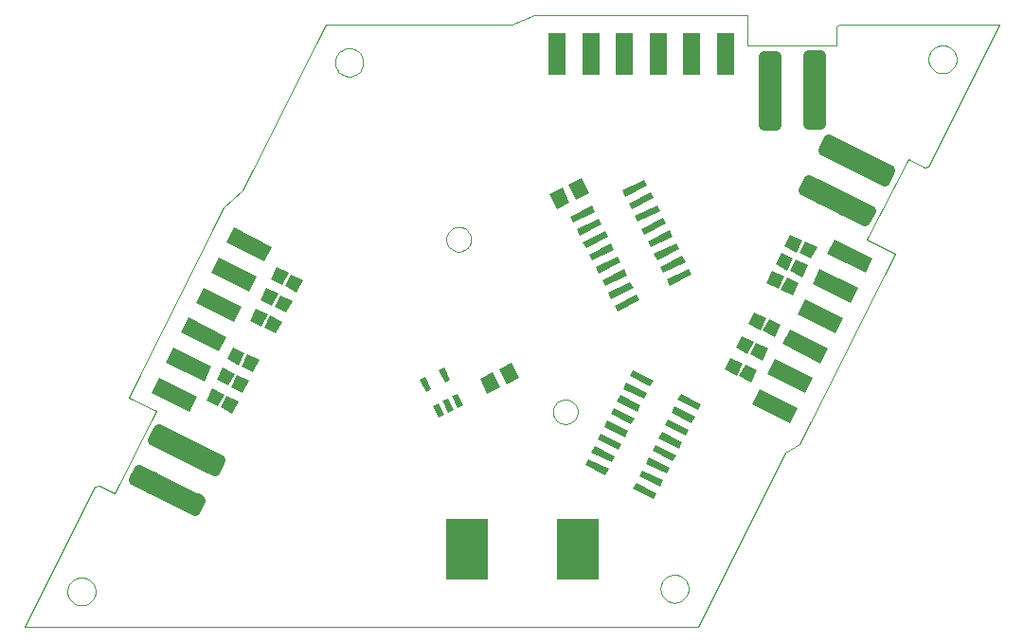
<source format=gbp>
G75*
%MOIN*%
%OFA0B0*%
%FSLAX24Y24*%
%IPPOS*%
%LPD*%
%AMOC8*
5,1,8,0,0,1.08239X$1,22.5*
%
%ADD10C,0.0000*%
%ADD11R,0.0236X0.0866*%
%ADD12R,0.0217X0.0472*%
%ADD13R,0.1516X0.2165*%
%ADD14R,0.0591X0.1496*%
%ADD15C,0.0394*%
%ADD16R,0.0512X0.0591*%
%ADD17R,0.0810X0.0240*%
%ADD18R,0.0472X0.0472*%
D10*
X001464Y000942D02*
X003925Y005873D01*
X004112Y005912D01*
X004642Y005647D01*
X006093Y008539D01*
X005142Y009018D01*
X008482Y015706D01*
X009141Y016296D01*
X012065Y022152D01*
X018610Y022152D01*
X019397Y022467D01*
X026907Y022467D01*
X026907Y021414D01*
X030047Y021414D01*
X030047Y022074D01*
X030145Y022152D01*
X035785Y022152D01*
X033275Y017133D01*
X033147Y017113D01*
X032557Y017408D01*
X031120Y014554D01*
X032097Y014066D01*
X028748Y007379D01*
X028236Y007064D01*
X025175Y000942D01*
X001464Y000942D01*
X002981Y002181D02*
X002983Y002225D01*
X002989Y002269D01*
X002999Y002312D01*
X003012Y002354D01*
X003030Y002394D01*
X003051Y002433D01*
X003075Y002470D01*
X003102Y002505D01*
X003133Y002537D01*
X003166Y002566D01*
X003202Y002592D01*
X003240Y002614D01*
X003280Y002633D01*
X003321Y002649D01*
X003364Y002661D01*
X003407Y002669D01*
X003451Y002673D01*
X003495Y002673D01*
X003539Y002669D01*
X003582Y002661D01*
X003625Y002649D01*
X003666Y002633D01*
X003706Y002614D01*
X003744Y002592D01*
X003780Y002566D01*
X003813Y002537D01*
X003844Y002505D01*
X003871Y002470D01*
X003895Y002433D01*
X003916Y002394D01*
X003934Y002354D01*
X003947Y002312D01*
X003957Y002269D01*
X003963Y002225D01*
X003965Y002181D01*
X003963Y002137D01*
X003957Y002093D01*
X003947Y002050D01*
X003934Y002008D01*
X003916Y001968D01*
X003895Y001929D01*
X003871Y001892D01*
X003844Y001857D01*
X003813Y001825D01*
X003780Y001796D01*
X003744Y001770D01*
X003706Y001748D01*
X003666Y001729D01*
X003625Y001713D01*
X003582Y001701D01*
X003539Y001693D01*
X003495Y001689D01*
X003451Y001689D01*
X003407Y001693D01*
X003364Y001701D01*
X003321Y001713D01*
X003280Y001729D01*
X003240Y001748D01*
X003202Y001770D01*
X003166Y001796D01*
X003133Y001825D01*
X003102Y001857D01*
X003075Y001892D01*
X003051Y001929D01*
X003030Y001968D01*
X003012Y002008D01*
X002999Y002050D01*
X002989Y002093D01*
X002983Y002137D01*
X002981Y002181D01*
X016313Y014581D02*
X016315Y014622D01*
X016321Y014663D01*
X016331Y014703D01*
X016344Y014742D01*
X016361Y014779D01*
X016382Y014815D01*
X016406Y014849D01*
X016433Y014880D01*
X016462Y014908D01*
X016495Y014934D01*
X016529Y014956D01*
X016566Y014975D01*
X016604Y014990D01*
X016644Y015002D01*
X016684Y015010D01*
X016725Y015014D01*
X016767Y015014D01*
X016808Y015010D01*
X016848Y015002D01*
X016888Y014990D01*
X016926Y014975D01*
X016962Y014956D01*
X016997Y014934D01*
X017030Y014908D01*
X017059Y014880D01*
X017086Y014849D01*
X017110Y014815D01*
X017131Y014779D01*
X017148Y014742D01*
X017161Y014703D01*
X017171Y014663D01*
X017177Y014622D01*
X017179Y014581D01*
X017177Y014540D01*
X017171Y014499D01*
X017161Y014459D01*
X017148Y014420D01*
X017131Y014383D01*
X017110Y014347D01*
X017086Y014313D01*
X017059Y014282D01*
X017030Y014254D01*
X016997Y014228D01*
X016963Y014206D01*
X016926Y014187D01*
X016888Y014172D01*
X016848Y014160D01*
X016808Y014152D01*
X016767Y014148D01*
X016725Y014148D01*
X016684Y014152D01*
X016644Y014160D01*
X016604Y014172D01*
X016566Y014187D01*
X016530Y014206D01*
X016495Y014228D01*
X016462Y014254D01*
X016433Y014282D01*
X016406Y014313D01*
X016382Y014347D01*
X016361Y014383D01*
X016344Y014420D01*
X016331Y014459D01*
X016321Y014499D01*
X016315Y014540D01*
X016313Y014581D01*
X020065Y008510D02*
X020067Y008551D01*
X020073Y008592D01*
X020083Y008632D01*
X020096Y008671D01*
X020113Y008708D01*
X020134Y008744D01*
X020158Y008778D01*
X020185Y008809D01*
X020214Y008837D01*
X020247Y008863D01*
X020281Y008885D01*
X020318Y008904D01*
X020356Y008919D01*
X020396Y008931D01*
X020436Y008939D01*
X020477Y008943D01*
X020519Y008943D01*
X020560Y008939D01*
X020600Y008931D01*
X020640Y008919D01*
X020678Y008904D01*
X020714Y008885D01*
X020749Y008863D01*
X020782Y008837D01*
X020811Y008809D01*
X020838Y008778D01*
X020862Y008744D01*
X020883Y008708D01*
X020900Y008671D01*
X020913Y008632D01*
X020923Y008592D01*
X020929Y008551D01*
X020931Y008510D01*
X020929Y008469D01*
X020923Y008428D01*
X020913Y008388D01*
X020900Y008349D01*
X020883Y008312D01*
X020862Y008276D01*
X020838Y008242D01*
X020811Y008211D01*
X020782Y008183D01*
X020749Y008157D01*
X020715Y008135D01*
X020678Y008116D01*
X020640Y008101D01*
X020600Y008089D01*
X020560Y008081D01*
X020519Y008077D01*
X020477Y008077D01*
X020436Y008081D01*
X020396Y008089D01*
X020356Y008101D01*
X020318Y008116D01*
X020282Y008135D01*
X020247Y008157D01*
X020214Y008183D01*
X020185Y008211D01*
X020158Y008242D01*
X020134Y008276D01*
X020113Y008312D01*
X020096Y008349D01*
X020083Y008388D01*
X020073Y008428D01*
X020067Y008469D01*
X020065Y008510D01*
X023850Y002278D02*
X023852Y002322D01*
X023858Y002366D01*
X023868Y002409D01*
X023881Y002451D01*
X023899Y002491D01*
X023920Y002530D01*
X023944Y002567D01*
X023971Y002602D01*
X024002Y002634D01*
X024035Y002663D01*
X024071Y002689D01*
X024109Y002711D01*
X024149Y002730D01*
X024190Y002746D01*
X024233Y002758D01*
X024276Y002766D01*
X024320Y002770D01*
X024364Y002770D01*
X024408Y002766D01*
X024451Y002758D01*
X024494Y002746D01*
X024535Y002730D01*
X024575Y002711D01*
X024613Y002689D01*
X024649Y002663D01*
X024682Y002634D01*
X024713Y002602D01*
X024740Y002567D01*
X024764Y002530D01*
X024785Y002491D01*
X024803Y002451D01*
X024816Y002409D01*
X024826Y002366D01*
X024832Y002322D01*
X024834Y002278D01*
X024832Y002234D01*
X024826Y002190D01*
X024816Y002147D01*
X024803Y002105D01*
X024785Y002065D01*
X024764Y002026D01*
X024740Y001989D01*
X024713Y001954D01*
X024682Y001922D01*
X024649Y001893D01*
X024613Y001867D01*
X024575Y001845D01*
X024535Y001826D01*
X024494Y001810D01*
X024451Y001798D01*
X024408Y001790D01*
X024364Y001786D01*
X024320Y001786D01*
X024276Y001790D01*
X024233Y001798D01*
X024190Y001810D01*
X024149Y001826D01*
X024109Y001845D01*
X024071Y001867D01*
X024035Y001893D01*
X024002Y001922D01*
X023971Y001954D01*
X023944Y001989D01*
X023920Y002026D01*
X023899Y002065D01*
X023881Y002105D01*
X023868Y002147D01*
X023858Y002190D01*
X023852Y002234D01*
X023850Y002278D01*
X012400Y020808D02*
X012402Y020852D01*
X012408Y020896D01*
X012418Y020939D01*
X012431Y020981D01*
X012449Y021021D01*
X012470Y021060D01*
X012494Y021097D01*
X012521Y021132D01*
X012552Y021164D01*
X012585Y021193D01*
X012621Y021219D01*
X012659Y021241D01*
X012699Y021260D01*
X012740Y021276D01*
X012783Y021288D01*
X012826Y021296D01*
X012870Y021300D01*
X012914Y021300D01*
X012958Y021296D01*
X013001Y021288D01*
X013044Y021276D01*
X013085Y021260D01*
X013125Y021241D01*
X013163Y021219D01*
X013199Y021193D01*
X013232Y021164D01*
X013263Y021132D01*
X013290Y021097D01*
X013314Y021060D01*
X013335Y021021D01*
X013353Y020981D01*
X013366Y020939D01*
X013376Y020896D01*
X013382Y020852D01*
X013384Y020808D01*
X013382Y020764D01*
X013376Y020720D01*
X013366Y020677D01*
X013353Y020635D01*
X013335Y020595D01*
X013314Y020556D01*
X013290Y020519D01*
X013263Y020484D01*
X013232Y020452D01*
X013199Y020423D01*
X013163Y020397D01*
X013125Y020375D01*
X013085Y020356D01*
X013044Y020340D01*
X013001Y020328D01*
X012958Y020320D01*
X012914Y020316D01*
X012870Y020316D01*
X012826Y020320D01*
X012783Y020328D01*
X012740Y020340D01*
X012699Y020356D01*
X012659Y020375D01*
X012621Y020397D01*
X012585Y020423D01*
X012552Y020452D01*
X012521Y020484D01*
X012494Y020519D01*
X012470Y020556D01*
X012449Y020595D01*
X012431Y020635D01*
X012418Y020677D01*
X012408Y020720D01*
X012402Y020764D01*
X012400Y020808D01*
X033280Y020913D02*
X033282Y020957D01*
X033288Y021001D01*
X033298Y021044D01*
X033311Y021086D01*
X033329Y021126D01*
X033350Y021165D01*
X033374Y021202D01*
X033401Y021237D01*
X033432Y021269D01*
X033465Y021298D01*
X033501Y021324D01*
X033539Y021346D01*
X033579Y021365D01*
X033620Y021381D01*
X033663Y021393D01*
X033706Y021401D01*
X033750Y021405D01*
X033794Y021405D01*
X033838Y021401D01*
X033881Y021393D01*
X033924Y021381D01*
X033965Y021365D01*
X034005Y021346D01*
X034043Y021324D01*
X034079Y021298D01*
X034112Y021269D01*
X034143Y021237D01*
X034170Y021202D01*
X034194Y021165D01*
X034215Y021126D01*
X034233Y021086D01*
X034246Y021044D01*
X034256Y021001D01*
X034262Y020957D01*
X034264Y020913D01*
X034262Y020869D01*
X034256Y020825D01*
X034246Y020782D01*
X034233Y020740D01*
X034215Y020700D01*
X034194Y020661D01*
X034170Y020624D01*
X034143Y020589D01*
X034112Y020557D01*
X034079Y020528D01*
X034043Y020502D01*
X034005Y020480D01*
X033965Y020461D01*
X033924Y020445D01*
X033881Y020433D01*
X033838Y020425D01*
X033794Y020421D01*
X033750Y020421D01*
X033706Y020425D01*
X033663Y020433D01*
X033620Y020445D01*
X033579Y020461D01*
X033539Y020480D01*
X033501Y020502D01*
X033465Y020528D01*
X033432Y020557D01*
X033401Y020589D01*
X033374Y020624D01*
X033350Y020661D01*
X033329Y020700D01*
X033311Y020740D01*
X033298Y020782D01*
X033288Y020825D01*
X033282Y020869D01*
X033280Y020913D01*
D11*
G36*
X023279Y014740D02*
X023173Y014951D01*
X023947Y015338D01*
X024053Y015127D01*
X023279Y014740D01*
G37*
G36*
X023503Y014293D02*
X023397Y014504D01*
X024171Y014891D01*
X024277Y014680D01*
X023503Y014293D01*
G37*
G36*
X023726Y013846D02*
X023620Y014057D01*
X024394Y014444D01*
X024500Y014233D01*
X023726Y013846D01*
G37*
G36*
X023950Y013399D02*
X023844Y013610D01*
X024618Y013997D01*
X024724Y013786D01*
X023950Y013399D01*
G37*
G36*
X024174Y012952D02*
X024068Y013163D01*
X024842Y013550D01*
X024948Y013339D01*
X024174Y012952D01*
G37*
G36*
X022344Y012035D02*
X022238Y012246D01*
X023012Y012633D01*
X023118Y012422D01*
X022344Y012035D01*
G37*
G36*
X022120Y012482D02*
X022014Y012693D01*
X022788Y013080D01*
X022894Y012869D01*
X022120Y012482D01*
G37*
G36*
X021896Y012929D02*
X021790Y013140D01*
X022564Y013527D01*
X022670Y013316D01*
X021896Y012929D01*
G37*
G36*
X021672Y013376D02*
X021566Y013587D01*
X022340Y013974D01*
X022446Y013763D01*
X021672Y013376D01*
G37*
G36*
X021448Y013823D02*
X021342Y014034D01*
X022116Y014421D01*
X022222Y014210D01*
X021448Y013823D01*
G37*
G36*
X021224Y014270D02*
X021118Y014481D01*
X021892Y014868D01*
X021998Y014657D01*
X021224Y014270D01*
G37*
G36*
X021000Y014717D02*
X020894Y014928D01*
X021668Y015315D01*
X021774Y015104D01*
X021000Y014717D01*
G37*
G36*
X020776Y015164D02*
X020670Y015375D01*
X021444Y015762D01*
X021550Y015551D01*
X020776Y015164D01*
G37*
G36*
X022607Y016081D02*
X022501Y016292D01*
X023275Y016679D01*
X023381Y016468D01*
X022607Y016081D01*
G37*
G36*
X022831Y015634D02*
X022725Y015845D01*
X023499Y016232D01*
X023605Y016021D01*
X022831Y015634D01*
G37*
G36*
X023055Y015187D02*
X022949Y015398D01*
X023723Y015785D01*
X023829Y015574D01*
X023055Y015187D01*
G37*
D12*
G36*
X016050Y009970D02*
X016243Y010067D01*
X016454Y009646D01*
X016261Y009549D01*
X016050Y009970D01*
G37*
G36*
X015382Y009635D02*
X015575Y009732D01*
X015786Y009311D01*
X015593Y009214D01*
X015382Y009635D01*
G37*
G36*
X015840Y008720D02*
X016033Y008817D01*
X016244Y008396D01*
X016051Y008299D01*
X015840Y008720D01*
G37*
G36*
X016174Y008888D02*
X016367Y008985D01*
X016578Y008564D01*
X016385Y008467D01*
X016174Y008888D01*
G37*
G36*
X016509Y009055D02*
X016702Y009152D01*
X016913Y008731D01*
X016720Y008634D01*
X016509Y009055D01*
G37*
D13*
X017033Y003683D03*
X020950Y003683D03*
D14*
G36*
X028675Y008634D02*
X028411Y008107D01*
X027075Y008776D01*
X027339Y009303D01*
X028675Y008634D01*
G37*
G36*
X029204Y009690D02*
X028940Y009163D01*
X027604Y009832D01*
X027868Y010359D01*
X029204Y009690D01*
G37*
G36*
X029733Y010746D02*
X029469Y010219D01*
X028133Y010888D01*
X028397Y011415D01*
X029733Y010746D01*
G37*
G36*
X030262Y011802D02*
X029998Y011275D01*
X028662Y011944D01*
X028926Y012471D01*
X030262Y011802D01*
G37*
G36*
X030791Y012858D02*
X030527Y012331D01*
X029191Y013000D01*
X029455Y013527D01*
X030791Y012858D01*
G37*
G36*
X031320Y013914D02*
X031056Y013387D01*
X029720Y014056D01*
X029984Y014583D01*
X031320Y013914D01*
G37*
X026123Y021092D03*
X024942Y021092D03*
X023761Y021092D03*
X022580Y021092D03*
X021399Y021092D03*
X020218Y021092D03*
G36*
X008570Y014462D02*
X008834Y014989D01*
X010170Y014320D01*
X009906Y013793D01*
X008570Y014462D01*
G37*
G36*
X008041Y013406D02*
X008305Y013933D01*
X009641Y013264D01*
X009377Y012737D01*
X008041Y013406D01*
G37*
G36*
X007512Y012350D02*
X007776Y012877D01*
X009112Y012208D01*
X008848Y011681D01*
X007512Y012350D01*
G37*
G36*
X006983Y011294D02*
X007247Y011821D01*
X008583Y011152D01*
X008319Y010625D01*
X006983Y011294D01*
G37*
G36*
X006455Y010238D02*
X006719Y010765D01*
X008055Y010096D01*
X007791Y009569D01*
X006455Y010238D01*
G37*
G36*
X005926Y009181D02*
X006190Y009708D01*
X007526Y009039D01*
X007262Y008512D01*
X005926Y009181D01*
G37*
D15*
X006192Y007869D02*
X008337Y006795D01*
X008162Y006445D01*
X006017Y007519D01*
X006192Y007869D01*
X007377Y006838D02*
X008251Y006838D01*
X007466Y007231D02*
X006592Y007231D01*
X006681Y007624D02*
X006070Y007624D01*
X005505Y006452D02*
X007650Y005378D01*
X007475Y005028D01*
X005330Y006102D01*
X005505Y006452D01*
X006690Y005421D02*
X007564Y005421D01*
X006779Y005814D02*
X005905Y005814D01*
X005994Y006207D02*
X005383Y006207D01*
X027898Y018601D02*
X027898Y021001D01*
X027898Y018601D02*
X027506Y018601D01*
X027506Y021001D01*
X027898Y021001D01*
X027898Y018994D02*
X027506Y018994D01*
X027506Y019387D02*
X027898Y019387D01*
X027898Y019780D02*
X027506Y019780D01*
X027506Y020173D02*
X027898Y020173D01*
X027898Y020566D02*
X027506Y020566D01*
X027506Y020959D02*
X027898Y020959D01*
X029472Y021021D02*
X029472Y018621D01*
X029080Y018621D01*
X029080Y021021D01*
X029472Y021021D01*
X029472Y019014D02*
X029080Y019014D01*
X029080Y019407D02*
X029472Y019407D01*
X029472Y019800D02*
X029080Y019800D01*
X029080Y020193D02*
X029472Y020193D01*
X029472Y020586D02*
X029080Y020586D01*
X029080Y020979D02*
X029472Y020979D01*
X029596Y017712D02*
X031741Y016638D01*
X029596Y017712D02*
X029771Y018062D01*
X031916Y016988D01*
X031741Y016638D01*
X031830Y017031D02*
X030956Y017031D01*
X031045Y017424D02*
X030171Y017424D01*
X030260Y017817D02*
X029649Y017817D01*
X028908Y016295D02*
X031053Y015221D01*
X028908Y016295D02*
X029083Y016645D01*
X031228Y015571D01*
X031053Y015221D01*
X031142Y015614D02*
X030268Y015614D01*
X030357Y016007D02*
X029483Y016007D01*
X029572Y016400D02*
X028961Y016400D01*
D16*
G36*
X020603Y016506D02*
X021059Y016735D01*
X021323Y016208D01*
X020867Y015979D01*
X020603Y016506D01*
G37*
G36*
X019934Y016171D02*
X020390Y016400D01*
X020654Y015873D01*
X020198Y015644D01*
X019934Y016171D01*
G37*
G36*
X018880Y009707D02*
X018424Y009478D01*
X018160Y010005D01*
X018616Y010234D01*
X018880Y009707D01*
G37*
G36*
X018211Y009372D02*
X017755Y009143D01*
X017491Y009670D01*
X017947Y009899D01*
X018211Y009372D01*
G37*
D17*
G36*
X021753Y007746D02*
X022476Y007384D01*
X022369Y007170D01*
X021646Y007532D01*
X021753Y007746D01*
G37*
G36*
X021977Y008193D02*
X022700Y007831D01*
X022593Y007617D01*
X021870Y007979D01*
X021977Y008193D01*
G37*
G36*
X022201Y008640D02*
X022924Y008278D01*
X022817Y008064D01*
X022094Y008426D01*
X022201Y008640D01*
G37*
G36*
X022424Y009087D02*
X023147Y008725D01*
X023040Y008511D01*
X022317Y008873D01*
X022424Y009087D01*
G37*
G36*
X022648Y009534D02*
X023371Y009172D01*
X023264Y008958D01*
X022541Y009320D01*
X022648Y009534D01*
G37*
G36*
X022872Y009981D02*
X023595Y009619D01*
X023488Y009405D01*
X022765Y009767D01*
X022872Y009981D01*
G37*
G36*
X024562Y009135D02*
X025285Y008773D01*
X025178Y008559D01*
X024455Y008921D01*
X024562Y009135D01*
G37*
G36*
X024338Y008688D02*
X025061Y008326D01*
X024954Y008112D01*
X024231Y008474D01*
X024338Y008688D01*
G37*
G36*
X024114Y008241D02*
X024837Y007879D01*
X024730Y007665D01*
X024007Y008027D01*
X024114Y008241D01*
G37*
G36*
X023891Y007794D02*
X024614Y007432D01*
X024507Y007218D01*
X023784Y007580D01*
X023891Y007794D01*
G37*
G36*
X023667Y007347D02*
X024390Y006985D01*
X024283Y006771D01*
X023560Y007133D01*
X023667Y007347D01*
G37*
G36*
X023443Y006900D02*
X024166Y006538D01*
X024059Y006324D01*
X023336Y006686D01*
X023443Y006900D01*
G37*
G36*
X023219Y006453D02*
X023942Y006091D01*
X023835Y005877D01*
X023112Y006239D01*
X023219Y006453D01*
G37*
G36*
X022995Y006005D02*
X023718Y005643D01*
X023611Y005429D01*
X022888Y005791D01*
X022995Y006005D01*
G37*
G36*
X021305Y006852D02*
X022028Y006490D01*
X021921Y006276D01*
X021198Y006638D01*
X021305Y006852D01*
G37*
G36*
X021529Y007299D02*
X022252Y006937D01*
X022145Y006723D01*
X021422Y007085D01*
X021529Y007299D01*
G37*
D18*
G36*
X026529Y009781D02*
X026108Y009992D01*
X026319Y010413D01*
X026740Y010202D01*
X026529Y009781D01*
G37*
G36*
X027043Y009548D02*
X026622Y009759D01*
X026833Y010180D01*
X027254Y009969D01*
X027043Y009548D01*
G37*
G36*
X027426Y010316D02*
X027005Y010527D01*
X027216Y010948D01*
X027637Y010737D01*
X027426Y010316D01*
G37*
G36*
X026912Y010548D02*
X026491Y010759D01*
X026702Y011180D01*
X027123Y010969D01*
X026912Y010548D01*
G37*
G36*
X027872Y011146D02*
X027451Y011357D01*
X027662Y011778D01*
X028083Y011567D01*
X027872Y011146D01*
G37*
G36*
X027357Y011379D02*
X026936Y011590D01*
X027147Y012011D01*
X027568Y011800D01*
X027357Y011379D01*
G37*
G36*
X028505Y012602D02*
X028084Y012813D01*
X028295Y013234D01*
X028716Y013023D01*
X028505Y012602D01*
G37*
G36*
X027990Y012834D02*
X027569Y013045D01*
X027780Y013466D01*
X028201Y013255D01*
X027990Y012834D01*
G37*
G36*
X028825Y013245D02*
X028404Y013456D01*
X028615Y013877D01*
X029036Y013666D01*
X028825Y013245D01*
G37*
G36*
X028311Y013477D02*
X027890Y013688D01*
X028101Y014109D01*
X028522Y013898D01*
X028311Y013477D01*
G37*
G36*
X029146Y013888D02*
X028725Y014099D01*
X028936Y014520D01*
X029357Y014309D01*
X029146Y013888D01*
G37*
G36*
X028631Y014120D02*
X028210Y014331D01*
X028421Y014752D01*
X028842Y014541D01*
X028631Y014120D01*
G37*
G36*
X010842Y013350D02*
X011263Y013139D01*
X011052Y012718D01*
X010631Y012929D01*
X010842Y013350D01*
G37*
G36*
X010335Y013598D02*
X010756Y013387D01*
X010545Y012966D01*
X010124Y013177D01*
X010335Y013598D01*
G37*
G36*
X009970Y012868D02*
X010391Y012657D01*
X010180Y012236D01*
X009759Y012447D01*
X009970Y012868D01*
G37*
G36*
X010476Y012620D02*
X010897Y012409D01*
X010686Y011988D01*
X010265Y012199D01*
X010476Y012620D01*
G37*
G36*
X010111Y011891D02*
X010532Y011680D01*
X010321Y011259D01*
X009900Y011470D01*
X010111Y011891D01*
G37*
G36*
X009604Y012139D02*
X010025Y011928D01*
X009814Y011507D01*
X009393Y011718D01*
X009604Y012139D01*
G37*
G36*
X008801Y010785D02*
X009222Y010574D01*
X009011Y010153D01*
X008590Y010364D01*
X008801Y010785D01*
G37*
G36*
X009308Y010536D02*
X009729Y010325D01*
X009518Y009904D01*
X009097Y010115D01*
X009308Y010536D01*
G37*
G36*
X008435Y010055D02*
X008856Y009844D01*
X008645Y009423D01*
X008224Y009634D01*
X008435Y010055D01*
G37*
G36*
X008942Y009807D02*
X009363Y009596D01*
X009152Y009175D01*
X008731Y009386D01*
X008942Y009807D01*
G37*
G36*
X008576Y009077D02*
X008997Y008866D01*
X008786Y008445D01*
X008365Y008656D01*
X008576Y009077D01*
G37*
G36*
X008070Y009326D02*
X008491Y009115D01*
X008280Y008694D01*
X007859Y008905D01*
X008070Y009326D01*
G37*
M02*

</source>
